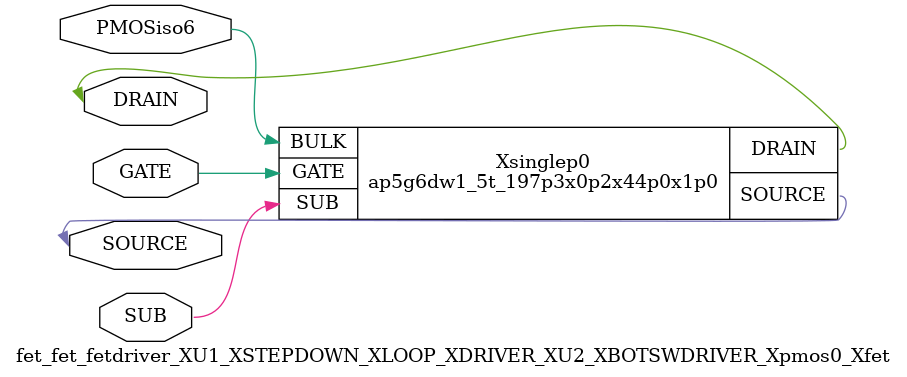
<source format=v>

module ap5g6dw1_5t_197p3x0p2x44p0x1p0 (DRAIN,GATE,SOURCE,BULK,SUB);
  input GATE;
  input BULK;
  input SUB;
  inout SOURCE;
  inout DRAIN;
endmodule

//Celera Confidential Do Not Copy fet_fet_fetdriver_XU1_XSTEPDOWN_XLOOP_XDRIVER_XU2_XBOTSWDRIVER_Xpmos0_Xfet
//Celera Confidential Symbol Generator
//power PMOS:Ron:2.000 Ohm
//Vgs 6V Vds 6V
//Kelvin:no

module fet_fet_fetdriver_XU1_XSTEPDOWN_XLOOP_XDRIVER_XU2_XBOTSWDRIVER_Xpmos0_Xfet (GATE,SOURCE,DRAIN,PMOSiso6,SUB);
input GATE;
inout SOURCE;
inout DRAIN;
input SUB;
input PMOSiso6;

//Celera Confidential Do Not Copy ap5g6dw1_5t_197p3x0p2x44p0x1p0
ap5g6dw1_5t_197p3x0p2x44p0x1p0 Xsinglep0(
.DRAIN (DRAIN),
.GATE (GATE),
.SOURCE (SOURCE),
.BULK (PMOSiso6),
.SUB (SUB)
);
//,diesize,ap5g6dw1_5t_197p3x0p2x44p0x1p0

//Celera Confidential Do Not Copy Module End
//Celera Schematic Generator
endmodule

</source>
